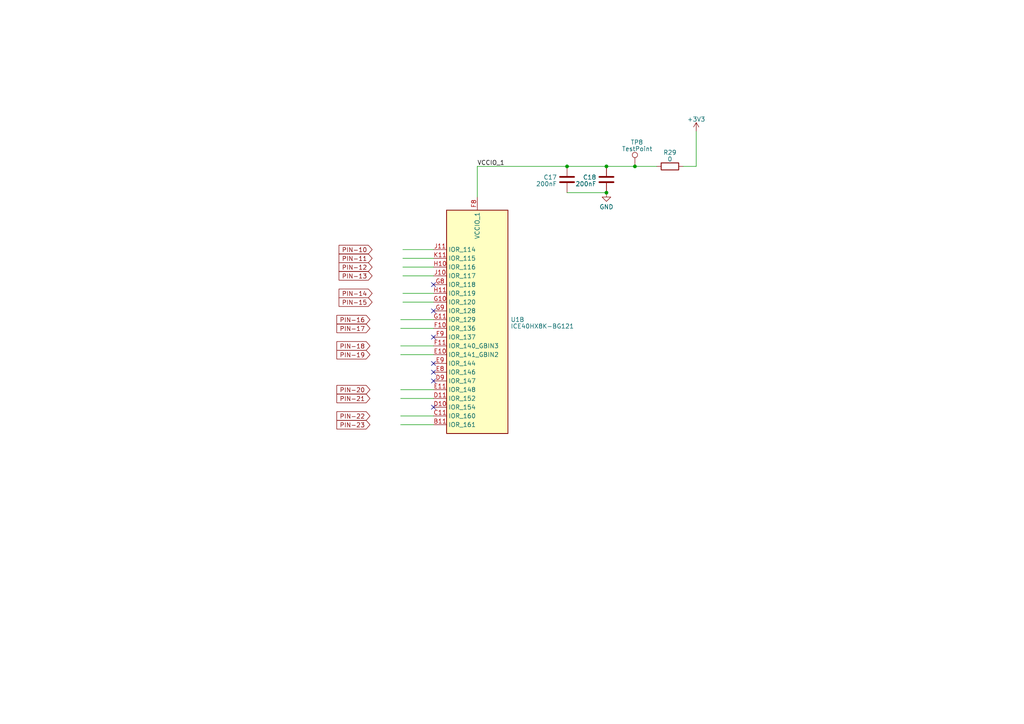
<source format=kicad_sch>
(kicad_sch (version 20230121) (generator eeschema)

  (uuid de984c47-a4b3-4404-8f6d-5958f9d846d6)

  (paper "A4")

  (title_block
    (date "2023-04-25")
    (rev "V0.5")
    (company "Universal-Field-Objects")
  )

  (lib_symbols
    (symbol "Connector:TestPoint" (pin_numbers hide) (pin_names (offset 0.762) hide) (in_bom yes) (on_board yes)
      (property "Reference" "TP" (at 0 6.858 0)
        (effects (font (size 1.27 1.27)))
      )
      (property "Value" "TestPoint" (at 0 5.08 0)
        (effects (font (size 1.27 1.27)))
      )
      (property "Footprint" "" (at 5.08 0 0)
        (effects (font (size 1.27 1.27)) hide)
      )
      (property "Datasheet" "~" (at 5.08 0 0)
        (effects (font (size 1.27 1.27)) hide)
      )
      (property "ki_keywords" "test point tp" (at 0 0 0)
        (effects (font (size 1.27 1.27)) hide)
      )
      (property "ki_description" "test point" (at 0 0 0)
        (effects (font (size 1.27 1.27)) hide)
      )
      (property "ki_fp_filters" "Pin* Test*" (at 0 0 0)
        (effects (font (size 1.27 1.27)) hide)
      )
      (symbol "TestPoint_0_1"
        (circle (center 0 3.302) (radius 0.762)
          (stroke (width 0) (type default))
          (fill (type none))
        )
      )
      (symbol "TestPoint_1_1"
        (pin passive line (at 0 0 90) (length 2.54)
          (name "1" (effects (font (size 1.27 1.27))))
          (number "1" (effects (font (size 1.27 1.27))))
        )
      )
    )
    (symbol "Device:C" (pin_numbers hide) (pin_names (offset 0.254)) (in_bom yes) (on_board yes)
      (property "Reference" "C" (at 0.635 2.54 0)
        (effects (font (size 1.27 1.27)) (justify left))
      )
      (property "Value" "C" (at 0.635 -2.54 0)
        (effects (font (size 1.27 1.27)) (justify left))
      )
      (property "Footprint" "" (at 0.9652 -3.81 0)
        (effects (font (size 1.27 1.27)) hide)
      )
      (property "Datasheet" "~" (at 0 0 0)
        (effects (font (size 1.27 1.27)) hide)
      )
      (property "ki_keywords" "cap capacitor" (at 0 0 0)
        (effects (font (size 1.27 1.27)) hide)
      )
      (property "ki_description" "Unpolarized capacitor" (at 0 0 0)
        (effects (font (size 1.27 1.27)) hide)
      )
      (property "ki_fp_filters" "C_*" (at 0 0 0)
        (effects (font (size 1.27 1.27)) hide)
      )
      (symbol "C_0_1"
        (polyline
          (pts
            (xy -2.032 -0.762)
            (xy 2.032 -0.762)
          )
          (stroke (width 0.508) (type default))
          (fill (type none))
        )
        (polyline
          (pts
            (xy -2.032 0.762)
            (xy 2.032 0.762)
          )
          (stroke (width 0.508) (type default))
          (fill (type none))
        )
      )
      (symbol "C_1_1"
        (pin passive line (at 0 3.81 270) (length 2.794)
          (name "~" (effects (font (size 1.27 1.27))))
          (number "1" (effects (font (size 1.27 1.27))))
        )
        (pin passive line (at 0 -3.81 90) (length 2.794)
          (name "~" (effects (font (size 1.27 1.27))))
          (number "2" (effects (font (size 1.27 1.27))))
        )
      )
    )
    (symbol "Device:R" (pin_numbers hide) (pin_names (offset 0)) (in_bom yes) (on_board yes)
      (property "Reference" "R" (at 2.032 0 90)
        (effects (font (size 1.27 1.27)))
      )
      (property "Value" "R" (at 0 0 90)
        (effects (font (size 1.27 1.27)))
      )
      (property "Footprint" "" (at -1.778 0 90)
        (effects (font (size 1.27 1.27)) hide)
      )
      (property "Datasheet" "~" (at 0 0 0)
        (effects (font (size 1.27 1.27)) hide)
      )
      (property "ki_keywords" "R res resistor" (at 0 0 0)
        (effects (font (size 1.27 1.27)) hide)
      )
      (property "ki_description" "Resistor" (at 0 0 0)
        (effects (font (size 1.27 1.27)) hide)
      )
      (property "ki_fp_filters" "R_*" (at 0 0 0)
        (effects (font (size 1.27 1.27)) hide)
      )
      (symbol "R_0_1"
        (rectangle (start -1.016 -2.54) (end 1.016 2.54)
          (stroke (width 0.254) (type default))
          (fill (type none))
        )
      )
      (symbol "R_1_1"
        (pin passive line (at 0 3.81 270) (length 1.27)
          (name "~" (effects (font (size 1.27 1.27))))
          (number "1" (effects (font (size 1.27 1.27))))
        )
        (pin passive line (at 0 -3.81 90) (length 1.27)
          (name "~" (effects (font (size 1.27 1.27))))
          (number "2" (effects (font (size 1.27 1.27))))
        )
      )
    )
    (symbol "FPGA_Lattice:ICE40HX8K-BG121" (in_bom yes) (on_board yes)
      (property "Reference" "U" (at 2.54 44.45 0)
        (effects (font (size 1.27 1.27)))
      )
      (property "Value" "ICE40HX8K-BG121" (at 10.16 41.91 0)
        (effects (font (size 1.27 1.27)))
      )
      (property "Footprint" "Package_BGA:BGA-121_9.0x9.0mm_Layout11x11_P0.8mm_Ball0.4mm_Pad0.35mm_NSMD" (at 0 -36.83 0)
        (effects (font (size 1.27 1.27)) hide)
      )
      (property "Datasheet" "http://www.latticesemi.com/Products/FPGAandCPLD/iCE40" (at -21.59 25.4 0)
        (effects (font (size 1.27 1.27)) hide)
      )
      (property "ki_locked" "" (at 0 0 0)
        (effects (font (size 1.27 1.27)))
      )
      (property "ki_keywords" "FPGA programmable logic" (at 0 0 0)
        (effects (font (size 1.27 1.27)) hide)
      )
      (property "ki_description" "iCE40 HX FPGA, 7680 LUTs, 1.2V, BGA-121" (at 0 0 0)
        (effects (font (size 1.27 1.27)) hide)
      )
      (property "ki_fp_filters" "BGA*9.0x9.0mm*Layout11x11*P0.8mm*Ball0.4mm*" (at 0 0 0)
        (effects (font (size 1.27 1.27)) hide)
      )
      (symbol "ICE40HX8K-BG121_1_1"
        (rectangle (start -8.89 31.75) (end 8.89 -38.1)
          (stroke (width 0.254) (type default))
          (fill (type background))
        )
        (pin bidirectional line (at -12.7 -35.56 0) (length 3.81)
          (name "IOT_225" (effects (font (size 1.27 1.27))))
          (number "A1" (effects (font (size 1.27 1.27))))
        )
        (pin bidirectional line (at -12.7 17.78 0) (length 3.81)
          (name "IOT_170" (effects (font (size 1.27 1.27))))
          (number "A10" (effects (font (size 1.27 1.27))))
        )
        (pin bidirectional line (at -12.7 20.32 0) (length 3.81)
          (name "IOT_168" (effects (font (size 1.27 1.27))))
          (number "A11" (effects (font (size 1.27 1.27))))
        )
        (pin bidirectional line (at -12.7 -30.48 0) (length 3.81)
          (name "IOT_222" (effects (font (size 1.27 1.27))))
          (number "A2" (effects (font (size 1.27 1.27))))
        )
        (pin bidirectional line (at -12.7 -33.02 0) (length 3.81)
          (name "IOT_223" (effects (font (size 1.27 1.27))))
          (number "A3" (effects (font (size 1.27 1.27))))
        )
        (pin bidirectional line (at -12.7 -20.32 0) (length 3.81)
          (name "IOT_211" (effects (font (size 1.27 1.27))))
          (number "A4" (effects (font (size 1.27 1.27))))
        )
        (pin bidirectional line (at -12.7 -15.24 0) (length 3.81)
          (name "IOT_207" (effects (font (size 1.27 1.27))))
          (number "A5" (effects (font (size 1.27 1.27))))
        )
        (pin bidirectional line (at -12.7 -12.7 0) (length 3.81)
          (name "IOT_206" (effects (font (size 1.27 1.27))))
          (number "A6" (effects (font (size 1.27 1.27))))
        )
        (pin bidirectional line (at -12.7 -5.08 0) (length 3.81)
          (name "IOT_192" (effects (font (size 1.27 1.27))))
          (number "A7" (effects (font (size 1.27 1.27))))
        )
        (pin bidirectional line (at -12.7 0 0) (length 3.81)
          (name "IOT_190" (effects (font (size 1.27 1.27))))
          (number "A8" (effects (font (size 1.27 1.27))))
        )
        (pin bidirectional line (at -12.7 7.62 0) (length 3.81)
          (name "IOT_178" (effects (font (size 1.27 1.27))))
          (number "A9" (effects (font (size 1.27 1.27))))
        )
        (pin bidirectional line (at -12.7 -27.94 0) (length 3.81)
          (name "IOT_221" (effects (font (size 1.27 1.27))))
          (number "B3" (effects (font (size 1.27 1.27))))
        )
        (pin bidirectional line (at -12.7 -25.4 0) (length 3.81)
          (name "IOT_219" (effects (font (size 1.27 1.27))))
          (number "B4" (effects (font (size 1.27 1.27))))
        )
        (pin bidirectional line (at -12.7 -17.78 0) (length 3.81)
          (name "IOT_208" (effects (font (size 1.27 1.27))))
          (number "B5" (effects (font (size 1.27 1.27))))
        )
        (pin bidirectional line (at -12.7 -10.16 0) (length 3.81)
          (name "IOT_198_GBIN0" (effects (font (size 1.27 1.27))))
          (number "B6" (effects (font (size 1.27 1.27))))
        )
        (pin bidirectional line (at -12.7 -7.62 0) (length 3.81)
          (name "IOT_197_GBIN1" (effects (font (size 1.27 1.27))))
          (number "B7" (effects (font (size 1.27 1.27))))
        )
        (pin bidirectional line (at -12.7 10.16 0) (length 3.81)
          (name "IOT_177" (effects (font (size 1.27 1.27))))
          (number "B8" (effects (font (size 1.27 1.27))))
        )
        (pin bidirectional line (at -12.7 12.7 0) (length 3.81)
          (name "IOT_174" (effects (font (size 1.27 1.27))))
          (number "B9" (effects (font (size 1.27 1.27))))
        )
        (pin bidirectional line (at -12.7 -2.54 0) (length 3.81)
          (name "IOT_191" (effects (font (size 1.27 1.27))))
          (number "C7" (effects (font (size 1.27 1.27))))
        )
        (pin bidirectional line (at -12.7 5.08 0) (length 3.81)
          (name "IOT_179" (effects (font (size 1.27 1.27))))
          (number "C8" (effects (font (size 1.27 1.27))))
        )
        (pin bidirectional line (at -12.7 15.24 0) (length 3.81)
          (name "IOT_172" (effects (font (size 1.27 1.27))))
          (number "C9" (effects (font (size 1.27 1.27))))
        )
        (pin bidirectional line (at -12.7 -22.86 0) (length 3.81)
          (name "IOT_212" (effects (font (size 1.27 1.27))))
          (number "D5" (effects (font (size 1.27 1.27))))
        )
        (pin power_in line (at 0 35.56 270) (length 3.81)
          (name "VCCIO_0" (effects (font (size 1.27 1.27))))
          (number "D6" (effects (font (size 1.27 1.27))))
        )
        (pin bidirectional line (at -12.7 2.54 0) (length 3.81)
          (name "IOT_181" (effects (font (size 1.27 1.27))))
          (number "D7" (effects (font (size 1.27 1.27))))
        )
      )
      (symbol "ICE40HX8K-BG121_2_1"
        (rectangle (start -8.89 31.75) (end 8.89 -33.02)
          (stroke (width 0.254) (type default))
          (fill (type background))
        )
        (pin bidirectional line (at -12.7 -30.48 0) (length 3.81)
          (name "IOR_161" (effects (font (size 1.27 1.27))))
          (number "B11" (effects (font (size 1.27 1.27))))
        )
        (pin bidirectional line (at -12.7 -27.94 0) (length 3.81)
          (name "IOR_160" (effects (font (size 1.27 1.27))))
          (number "C11" (effects (font (size 1.27 1.27))))
        )
        (pin bidirectional line (at -12.7 -25.4 0) (length 3.81)
          (name "IOR_154" (effects (font (size 1.27 1.27))))
          (number "D10" (effects (font (size 1.27 1.27))))
        )
        (pin bidirectional line (at -12.7 -22.86 0) (length 3.81)
          (name "IOR_152" (effects (font (size 1.27 1.27))))
          (number "D11" (effects (font (size 1.27 1.27))))
        )
        (pin bidirectional line (at -12.7 -17.78 0) (length 3.81)
          (name "IOR_147" (effects (font (size 1.27 1.27))))
          (number "D9" (effects (font (size 1.27 1.27))))
        )
        (pin bidirectional line (at -12.7 -10.16 0) (length 3.81)
          (name "IOR_141_GBIN2" (effects (font (size 1.27 1.27))))
          (number "E10" (effects (font (size 1.27 1.27))))
        )
        (pin bidirectional line (at -12.7 -20.32 0) (length 3.81)
          (name "IOR_148" (effects (font (size 1.27 1.27))))
          (number "E11" (effects (font (size 1.27 1.27))))
        )
        (pin bidirectional line (at -12.7 -15.24 0) (length 3.81)
          (name "IOR_146" (effects (font (size 1.27 1.27))))
          (number "E8" (effects (font (size 1.27 1.27))))
        )
        (pin bidirectional line (at -12.7 -12.7 0) (length 3.81)
          (name "IOR_144" (effects (font (size 1.27 1.27))))
          (number "E9" (effects (font (size 1.27 1.27))))
        )
        (pin bidirectional line (at -12.7 -2.54 0) (length 3.81)
          (name "IOR_136" (effects (font (size 1.27 1.27))))
          (number "F10" (effects (font (size 1.27 1.27))))
        )
        (pin bidirectional line (at -12.7 -7.62 0) (length 3.81)
          (name "IOR_140_GBIN3" (effects (font (size 1.27 1.27))))
          (number "F11" (effects (font (size 1.27 1.27))))
        )
        (pin power_in line (at 0 35.56 270) (length 3.81)
          (name "VCCIO_1" (effects (font (size 1.27 1.27))))
          (number "F8" (effects (font (size 1.27 1.27))))
        )
        (pin bidirectional line (at -12.7 -5.08 0) (length 3.81)
          (name "IOR_137" (effects (font (size 1.27 1.27))))
          (number "F9" (effects (font (size 1.27 1.27))))
        )
        (pin bidirectional line (at -12.7 5.08 0) (length 3.81)
          (name "IOR_120" (effects (font (size 1.27 1.27))))
          (number "G10" (effects (font (size 1.27 1.27))))
        )
        (pin bidirectional line (at -12.7 0 0) (length 3.81)
          (name "IOR_129" (effects (font (size 1.27 1.27))))
          (number "G11" (effects (font (size 1.27 1.27))))
        )
        (pin bidirectional line (at -12.7 10.16 0) (length 3.81)
          (name "IOR_118" (effects (font (size 1.27 1.27))))
          (number "G8" (effects (font (size 1.27 1.27))))
        )
        (pin bidirectional line (at -12.7 2.54 0) (length 3.81)
          (name "IOR_128" (effects (font (size 1.27 1.27))))
          (number "G9" (effects (font (size 1.27 1.27))))
        )
        (pin bidirectional line (at -12.7 15.24 0) (length 3.81)
          (name "IOR_116" (effects (font (size 1.27 1.27))))
          (number "H10" (effects (font (size 1.27 1.27))))
        )
        (pin bidirectional line (at -12.7 7.62 0) (length 3.81)
          (name "IOR_119" (effects (font (size 1.27 1.27))))
          (number "H11" (effects (font (size 1.27 1.27))))
        )
        (pin bidirectional line (at -12.7 12.7 0) (length 3.81)
          (name "IOR_117" (effects (font (size 1.27 1.27))))
          (number "J10" (effects (font (size 1.27 1.27))))
        )
        (pin bidirectional line (at -12.7 20.32 0) (length 3.81)
          (name "IOR_114" (effects (font (size 1.27 1.27))))
          (number "J11" (effects (font (size 1.27 1.27))))
        )
        (pin bidirectional line (at -12.7 17.78 0) (length 3.81)
          (name "IOR_115" (effects (font (size 1.27 1.27))))
          (number "K11" (effects (font (size 1.27 1.27))))
        )
      )
      (symbol "ICE40HX8K-BG121_3_1"
        (rectangle (start -11.43 29.21) (end 11.43 -31.75)
          (stroke (width 0.254) (type default))
          (fill (type background))
        )
        (pin power_in line (at 0 33.02 270) (length 3.81)
          (name "VCCIO_2" (effects (font (size 1.27 1.27))))
          (number "H6" (effects (font (size 1.27 1.27))))
        )
        (pin bidirectional line (at -15.24 -15.24 0) (length 3.81)
          (name "IOB_87" (effects (font (size 1.27 1.27))))
          (number "H7" (effects (font (size 1.27 1.27))))
        )
        (pin bidirectional line (at -15.24 -27.94 0) (length 3.81)
          (name "IOB_104_CBSEL1" (effects (font (size 1.27 1.27))))
          (number "H9" (effects (font (size 1.27 1.27))))
        )
        (pin bidirectional line (at -15.24 15.24 0) (length 3.81)
          (name "IOB_57" (effects (font (size 1.27 1.27))))
          (number "J3" (effects (font (size 1.27 1.27))))
        )
        (pin bidirectional line (at -15.24 7.62 0) (length 3.81)
          (name "IOB_64" (effects (font (size 1.27 1.27))))
          (number "J4" (effects (font (size 1.27 1.27))))
        )
        (pin bidirectional line (at -15.24 -2.54 0) (length 3.81)
          (name "IOB_78" (effects (font (size 1.27 1.27))))
          (number "J5" (effects (font (size 1.27 1.27))))
        )
        (pin bidirectional line (at -15.24 -12.7 0) (length 3.81)
          (name "IOB_86" (effects (font (size 1.27 1.27))))
          (number "J7" (effects (font (size 1.27 1.27))))
        )
        (pin bidirectional line (at -15.24 -20.32 0) (length 3.81)
          (name "IOB_91" (effects (font (size 1.27 1.27))))
          (number "J8" (effects (font (size 1.27 1.27))))
        )
        (pin bidirectional line (at -15.24 10.16 0) (length 3.81)
          (name "IOB_63" (effects (font (size 1.27 1.27))))
          (number "K3" (effects (font (size 1.27 1.27))))
        )
        (pin bidirectional line (at -15.24 0 0) (length 3.81)
          (name "IOB_73" (effects (font (size 1.27 1.27))))
          (number "K4" (effects (font (size 1.27 1.27))))
        )
        (pin bidirectional line (at -15.24 -5.08 0) (length 3.81)
          (name "IOB_79" (effects (font (size 1.27 1.27))))
          (number "K5" (effects (font (size 1.27 1.27))))
        )
        (pin bidirectional line (at -15.24 -10.16 0) (length 3.81)
          (name "IOB_82_GBIN4" (effects (font (size 1.27 1.27))))
          (number "K6" (effects (font (size 1.27 1.27))))
        )
        (pin bidirectional line (at -15.24 -17.78 0) (length 3.81)
          (name "IOB_89" (effects (font (size 1.27 1.27))))
          (number "K7" (effects (font (size 1.27 1.27))))
        )
        (pin open_collector line (at 15.24 25.4 180) (length 3.81)
          (name "CDONE" (effects (font (size 1.27 1.27))))
          (number "K8" (effects (font (size 1.27 1.27))))
        )
        (pin bidirectional line (at -15.24 17.78 0) (length 3.81)
          (name "IOB_56" (effects (font (size 1.27 1.27))))
          (number "L1" (effects (font (size 1.27 1.27))))
        )
        (pin bidirectional line (at -15.24 12.7 0) (length 3.81)
          (name "IOB_61" (effects (font (size 1.27 1.27))))
          (number "L2" (effects (font (size 1.27 1.27))))
        )
        (pin bidirectional line (at -15.24 5.08 0) (length 3.81)
          (name "IOB_71" (effects (font (size 1.27 1.27))))
          (number "L3" (effects (font (size 1.27 1.27))))
        )
        (pin bidirectional line (at -15.24 2.54 0) (length 3.81)
          (name "IOB_72" (effects (font (size 1.27 1.27))))
          (number "L4" (effects (font (size 1.27 1.27))))
        )
        (pin bidirectional line (at -15.24 -7.62 0) (length 3.81)
          (name "IOB_81_GBIN5" (effects (font (size 1.27 1.27))))
          (number "L5" (effects (font (size 1.27 1.27))))
        )
        (pin bidirectional line (at -15.24 -22.86 0) (length 3.81)
          (name "IOB_94" (effects (font (size 1.27 1.27))))
          (number "L7" (effects (font (size 1.27 1.27))))
        )
        (pin bidirectional line (at -15.24 -25.4 0) (length 3.81)
          (name "IOB_103_CBSEL0" (effects (font (size 1.27 1.27))))
          (number "L8" (effects (font (size 1.27 1.27))))
        )
        (pin input line (at -15.24 25.4 0) (length 3.81)
          (name "~{CRESET}" (effects (font (size 1.27 1.27))))
          (number "L9" (effects (font (size 1.27 1.27))))
        )
      )
      (symbol "ICE40HX8K-BG121_4_1"
        (rectangle (start -8.89 39.37) (end 8.89 -39.37)
          (stroke (width 0.254) (type default))
          (fill (type background))
        )
        (pin bidirectional line (at -12.7 27.94 0) (length 3.81)
          (name "IOL_2A" (effects (font (size 1.27 1.27))))
          (number "B1" (effects (font (size 1.27 1.27))))
        )
        (pin bidirectional line (at -12.7 25.4 0) (length 3.81)
          (name "IOL_2B" (effects (font (size 1.27 1.27))))
          (number "B2" (effects (font (size 1.27 1.27))))
        )
        (pin bidirectional line (at -12.7 15.24 0) (length 3.81)
          (name "IOL_5B" (effects (font (size 1.27 1.27))))
          (number "C1" (effects (font (size 1.27 1.27))))
        )
        (pin bidirectional line (at -12.7 17.78 0) (length 3.81)
          (name "IOL_5A" (effects (font (size 1.27 1.27))))
          (number "C2" (effects (font (size 1.27 1.27))))
        )
        (pin bidirectional line (at -12.7 20.32 0) (length 3.81)
          (name "IOL_4B" (effects (font (size 1.27 1.27))))
          (number "C3" (effects (font (size 1.27 1.27))))
        )
        (pin bidirectional line (at -12.7 22.86 0) (length 3.81)
          (name "IOL_4A" (effects (font (size 1.27 1.27))))
          (number "C4" (effects (font (size 1.27 1.27))))
        )
        (pin bidirectional line (at -12.7 10.16 0) (length 3.81)
          (name "IOL_8B" (effects (font (size 1.27 1.27))))
          (number "D1" (effects (font (size 1.27 1.27))))
        )
        (pin bidirectional line (at -12.7 7.62 0) (length 3.81)
          (name "IOL_9A" (effects (font (size 1.27 1.27))))
          (number "D2" (effects (font (size 1.27 1.27))))
        )
        (pin bidirectional line (at -12.7 5.08 0) (length 3.81)
          (name "IOL_9B" (effects (font (size 1.27 1.27))))
          (number "D3" (effects (font (size 1.27 1.27))))
        )
        (pin bidirectional line (at -12.7 12.7 0) (length 3.81)
          (name "IOL_8A" (effects (font (size 1.27 1.27))))
          (number "E1" (effects (font (size 1.27 1.27))))
        )
        (pin bidirectional line (at -12.7 2.54 0) (length 3.81)
          (name "IOL_10A" (effects (font (size 1.27 1.27))))
          (number "E2" (effects (font (size 1.27 1.27))))
        )
        (pin bidirectional line (at -12.7 0 0) (length 3.81)
          (name "IOL_10B" (effects (font (size 1.27 1.27))))
          (number "E3" (effects (font (size 1.27 1.27))))
        )
        (pin power_in line (at 0 43.18 270) (length 3.81)
          (name "VCCIO_3" (effects (font (size 1.27 1.27))))
          (number "E4" (effects (font (size 1.27 1.27))))
        )
        (pin bidirectional line (at -12.7 -2.54 0) (length 3.81)
          (name "IOL_12A" (effects (font (size 1.27 1.27))))
          (number "F1" (effects (font (size 1.27 1.27))))
        )
        (pin bidirectional line (at -12.7 -5.08 0) (length 3.81)
          (name "IOL_12B" (effects (font (size 1.27 1.27))))
          (number "F2" (effects (font (size 1.27 1.27))))
        )
        (pin bidirectional line (at -12.7 -10.16 0) (length 3.81)
          (name "IOL_13B_GBIN7" (effects (font (size 1.27 1.27))))
          (number "F3" (effects (font (size 1.27 1.27))))
        )
        (pin bidirectional line (at -12.7 -7.62 0) (length 3.81)
          (name "IOL_13A" (effects (font (size 1.27 1.27))))
          (number "F4" (effects (font (size 1.27 1.27))))
        )
        (pin bidirectional line (at -12.7 -12.7 0) (length 3.81)
          (name "IOL_14A_GBIN6" (effects (font (size 1.27 1.27))))
          (number "G1" (effects (font (size 1.27 1.27))))
        )
        (pin bidirectional line (at -12.7 -15.24 0) (length 3.81)
          (name "IOL_14B" (effects (font (size 1.27 1.27))))
          (number "G2" (effects (font (size 1.27 1.27))))
        )
        (pin bidirectional line (at -12.7 -17.78 0) (length 3.81)
          (name "IOL_17A" (effects (font (size 1.27 1.27))))
          (number "G3" (effects (font (size 1.27 1.27))))
        )
        (pin passive line (at 0 43.18 270) (length 3.81) hide
          (name "VCCIO_3" (effects (font (size 1.27 1.27))))
          (number "G4" (effects (font (size 1.27 1.27))))
        )
        (pin bidirectional line (at -12.7 -22.86 0) (length 3.81)
          (name "IOL_18A" (effects (font (size 1.27 1.27))))
          (number "H1" (effects (font (size 1.27 1.27))))
        )
        (pin bidirectional line (at -12.7 -25.4 0) (length 3.81)
          (name "IOL_18B" (effects (font (size 1.27 1.27))))
          (number "H2" (effects (font (size 1.27 1.27))))
        )
        (pin bidirectional line (at -12.7 -20.32 0) (length 3.81)
          (name "IOL_17B" (effects (font (size 1.27 1.27))))
          (number "H3" (effects (font (size 1.27 1.27))))
        )
        (pin bidirectional line (at -12.7 -27.94 0) (length 3.81)
          (name "IOL_23A" (effects (font (size 1.27 1.27))))
          (number "J1" (effects (font (size 1.27 1.27))))
        )
        (pin bidirectional line (at -12.7 -35.56 0) (length 3.81)
          (name "IOL_25B" (effects (font (size 1.27 1.27))))
          (number "J2" (effects (font (size 1.27 1.27))))
        )
        (pin bidirectional line (at -12.7 -30.48 0) (length 3.81)
          (name "IOL_23B" (effects (font (size 1.27 1.27))))
          (number "K1" (effects (font (size 1.27 1.27))))
        )
        (pin bidirectional line (at -12.7 -33.02 0) (length 3.81)
          (name "IOL_25A" (effects (font (size 1.27 1.27))))
          (number "K2" (effects (font (size 1.27 1.27))))
        )
      )
      (symbol "ICE40HX8K-BG121_5_1"
        (rectangle (start -11.43 13.97) (end 11.43 -13.97)
          (stroke (width 0.254) (type default))
          (fill (type background))
        )
        (pin power_in line (at -2.54 17.78 270) (length 3.81)
          (name "VPP_FAST" (effects (font (size 1.27 1.27))))
          (number "B10" (effects (font (size 1.27 1.27))))
        )
        (pin power_in line (at 0 17.78 270) (length 3.81)
          (name "VPP_2V5" (effects (font (size 1.27 1.27))))
          (number "C10" (effects (font (size 1.27 1.27))))
        )
        (pin power_in line (at 15.24 -10.16 180) (length 3.81)
          (name "GNDPLL1" (effects (font (size 1.27 1.27))))
          (number "C5" (effects (font (size 1.27 1.27))))
        )
        (pin power_in line (at 15.24 -2.54 180) (length 3.81)
          (name "VCCPLL1" (effects (font (size 1.27 1.27))))
          (number "C6" (effects (font (size 1.27 1.27))))
        )
        (pin passive line (at 2.54 17.78 270) (length 3.81) hide
          (name "VCC" (effects (font (size 1.27 1.27))))
          (number "D4" (effects (font (size 1.27 1.27))))
        )
        (pin power_in line (at 2.54 17.78 270) (length 3.81)
          (name "VCC" (effects (font (size 1.27 1.27))))
          (number "D8" (effects (font (size 1.27 1.27))))
        )
        (pin power_in line (at -7.62 -17.78 90) (length 3.81)
          (name "GND" (effects (font (size 1.27 1.27))))
          (number "E5" (effects (font (size 1.27 1.27))))
        )
        (pin passive line (at -7.62 -17.78 90) (length 3.81) hide
          (name "GND" (effects (font (size 1.27 1.27))))
          (number "E6" (effects (font (size 1.27 1.27))))
        )
        (pin passive line (at -7.62 -17.78 90) (length 3.81) hide
          (name "GND" (effects (font (size 1.27 1.27))))
          (number "E7" (effects (font (size 1.27 1.27))))
        )
        (pin passive line (at -7.62 -17.78 90) (length 3.81) hide
          (name "GND" (effects (font (size 1.27 1.27))))
          (number "F5" (effects (font (size 1.27 1.27))))
        )
        (pin passive line (at -7.62 -17.78 90) (length 3.81) hide
          (name "GND" (effects (font (size 1.27 1.27))))
          (number "F6" (effects (font (size 1.27 1.27))))
        )
        (pin passive line (at -7.62 -17.78 90) (length 3.81) hide
          (name "GND" (effects (font (size 1.27 1.27))))
          (number "F7" (effects (font (size 1.27 1.27))))
        )
        (pin passive line (at -7.62 -17.78 90) (length 3.81) hide
          (name "GND" (effects (font (size 1.27 1.27))))
          (number "G5" (effects (font (size 1.27 1.27))))
        )
        (pin passive line (at -7.62 -17.78 90) (length 3.81) hide
          (name "GND" (effects (font (size 1.27 1.27))))
          (number "G6" (effects (font (size 1.27 1.27))))
        )
        (pin passive line (at -7.62 -17.78 90) (length 3.81) hide
          (name "GND" (effects (font (size 1.27 1.27))))
          (number "G7" (effects (font (size 1.27 1.27))))
        )
        (pin passive line (at 2.54 17.78 270) (length 3.81) hide
          (name "VCC" (effects (font (size 1.27 1.27))))
          (number "H4" (effects (font (size 1.27 1.27))))
        )
        (pin passive line (at -7.62 -17.78 90) (length 3.81) hide
          (name "GND" (effects (font (size 1.27 1.27))))
          (number "H5" (effects (font (size 1.27 1.27))))
        )
        (pin passive line (at 2.54 17.78 270) (length 3.81) hide
          (name "VCC" (effects (font (size 1.27 1.27))))
          (number "H8" (effects (font (size 1.27 1.27))))
        )
        (pin power_in line (at 15.24 7.62 180) (length 3.81)
          (name "VCCPLL0" (effects (font (size 1.27 1.27))))
          (number "J6" (effects (font (size 1.27 1.27))))
        )
        (pin bidirectional line (at -15.24 0 0) (length 3.81)
          (name "IOB_106_SDI" (effects (font (size 1.27 1.27))))
          (number "J9" (effects (font (size 1.27 1.27))))
        )
        (pin bidirectional line (at -15.24 -5.08 0) (length 3.81)
          (name "IOB_108_SS" (effects (font (size 1.27 1.27))))
          (number "K10" (effects (font (size 1.27 1.27))))
        )
        (pin bidirectional line (at -15.24 2.54 0) (length 3.81)
          (name "IOB_105_SDO" (effects (font (size 1.27 1.27))))
          (number "K9" (effects (font (size 1.27 1.27))))
        )
        (pin bidirectional line (at -15.24 -2.54 0) (length 3.81)
          (name "IOB_107_SCK" (effects (font (size 1.27 1.27))))
          (number "L10" (effects (font (size 1.27 1.27))))
        )
        (pin power_in line (at -7.62 17.78 270) (length 3.81)
          (name "VCC_SPI" (effects (font (size 1.27 1.27))))
          (number "L11" (effects (font (size 1.27 1.27))))
        )
        (pin power_in line (at 15.24 0 180) (length 3.81)
          (name "GNDPLL0" (effects (font (size 1.27 1.27))))
          (number "L6" (effects (font (size 1.27 1.27))))
        )
      )
    )
    (symbol "power:+3V3" (power) (pin_names (offset 0)) (in_bom yes) (on_board yes)
      (property "Reference" "#PWR" (at 0 -3.81 0)
        (effects (font (size 1.27 1.27)) hide)
      )
      (property "Value" "+3V3" (at 0 3.556 0)
        (effects (font (size 1.27 1.27)))
      )
      (property "Footprint" "" (at 0 0 0)
        (effects (font (size 1.27 1.27)) hide)
      )
      (property "Datasheet" "" (at 0 0 0)
        (effects (font (size 1.27 1.27)) hide)
      )
      (property "ki_keywords" "global power" (at 0 0 0)
        (effects (font (size 1.27 1.27)) hide)
      )
      (property "ki_description" "Power symbol creates a global label with name \"+3V3\"" (at 0 0 0)
        (effects (font (size 1.27 1.27)) hide)
      )
      (symbol "+3V3_0_1"
        (polyline
          (pts
            (xy -0.762 1.27)
            (xy 0 2.54)
          )
          (stroke (width 0) (type default))
          (fill (type none))
        )
        (polyline
          (pts
            (xy 0 0)
            (xy 0 2.54)
          )
          (stroke (width 0) (type default))
          (fill (type none))
        )
        (polyline
          (pts
            (xy 0 2.54)
            (xy 0.762 1.27)
          )
          (stroke (width 0) (type default))
          (fill (type none))
        )
      )
      (symbol "+3V3_1_1"
        (pin power_in line (at 0 0 90) (length 0) hide
          (name "+3V3" (effects (font (size 1.27 1.27))))
          (number "1" (effects (font (size 1.27 1.27))))
        )
      )
    )
    (symbol "power:GND" (power) (pin_names (offset 0)) (in_bom yes) (on_board yes)
      (property "Reference" "#PWR" (at 0 -6.35 0)
        (effects (font (size 1.27 1.27)) hide)
      )
      (property "Value" "GND" (at 0 -3.81 0)
        (effects (font (size 1.27 1.27)))
      )
      (property "Footprint" "" (at 0 0 0)
        (effects (font (size 1.27 1.27)) hide)
      )
      (property "Datasheet" "" (at 0 0 0)
        (effects (font (size 1.27 1.27)) hide)
      )
      (property "ki_keywords" "global power" (at 0 0 0)
        (effects (font (size 1.27 1.27)) hide)
      )
      (property "ki_description" "Power symbol creates a global label with name \"GND\" , ground" (at 0 0 0)
        (effects (font (size 1.27 1.27)) hide)
      )
      (symbol "GND_0_1"
        (polyline
          (pts
            (xy 0 0)
            (xy 0 -1.27)
            (xy 1.27 -1.27)
            (xy 0 -2.54)
            (xy -1.27 -1.27)
            (xy 0 -1.27)
          )
          (stroke (width 0) (type default))
          (fill (type none))
        )
      )
      (symbol "GND_1_1"
        (pin power_in line (at 0 0 270) (length 0) hide
          (name "GND" (effects (font (size 1.27 1.27))))
          (number "1" (effects (font (size 1.27 1.27))))
        )
      )
    )
  )

  (junction (at 175.895 55.88) (diameter 0) (color 0 0 0 0)
    (uuid 915fb182-f636-4f62-b1eb-fc1f49485f28)
  )
  (junction (at 184.15 48.26) (diameter 0) (color 0 0 0 0)
    (uuid 98b333f9-cdb8-448e-aaec-dec8928ca234)
  )
  (junction (at 175.895 48.26) (diameter 0) (color 0 0 0 0)
    (uuid d14939ce-63f7-4458-bd0a-a29c9fb68145)
  )
  (junction (at 164.465 48.26) (diameter 0) (color 0 0 0 0)
    (uuid dc176d92-576a-4043-920c-720a5d15b798)
  )

  (no_connect (at 125.73 118.11) (uuid 0667b84e-633b-48b1-b675-c20413e248e2))
  (no_connect (at 125.73 82.55) (uuid 0f068936-cc5d-411c-a7c0-b4e963b80419))
  (no_connect (at 125.73 105.41) (uuid 31e74fc0-ac41-4b45-b7a5-96a289963c1e))
  (no_connect (at 125.73 97.79) (uuid 5e318dc9-e96d-45fc-9b69-5e4c4075cf21))
  (no_connect (at 125.73 90.17) (uuid 768bebb1-8204-4233-8edb-967da5d024bd))
  (no_connect (at 125.73 110.49) (uuid e1fd0d62-5623-4524-8a0d-b21dad28c955))
  (no_connect (at 125.73 107.95) (uuid ec90b840-8d97-4c36-a296-4ee325fdf1fe))

  (wire (pts (xy 116.84 80.01) (xy 125.73 80.01))
    (stroke (width 0) (type default))
    (uuid 138a8c11-397d-4ea9-8af4-aa11955758a1)
  )
  (wire (pts (xy 116.84 74.93) (xy 125.73 74.93))
    (stroke (width 0) (type default))
    (uuid 1af39d06-d945-482e-a460-b2563f81e279)
  )
  (wire (pts (xy 116.84 85.09) (xy 125.73 85.09))
    (stroke (width 0) (type default))
    (uuid 2cc5ef11-c936-47de-bc21-2a2924809dfb)
  )
  (wire (pts (xy 116.205 120.65) (xy 125.73 120.65))
    (stroke (width 0) (type default))
    (uuid 50eff9c7-019a-4b02-a9ae-d33a73848c3f)
  )
  (wire (pts (xy 116.84 77.47) (xy 125.73 77.47))
    (stroke (width 0) (type default))
    (uuid 5563884f-7d29-418d-9e33-7bdcc59639a8)
  )
  (wire (pts (xy 116.205 113.03) (xy 125.73 113.03))
    (stroke (width 0) (type default))
    (uuid 5bb26014-ca76-452f-9312-a54423d9d4e1)
  )
  (wire (pts (xy 175.895 48.26) (xy 184.15 48.26))
    (stroke (width 0) (type default))
    (uuid 5c45d896-6208-4187-9d83-aa52a9100f07)
  )
  (wire (pts (xy 138.43 48.26) (xy 164.465 48.26))
    (stroke (width 0) (type default))
    (uuid 74a540c6-f40f-4caf-81c1-d6623f502079)
  )
  (wire (pts (xy 184.15 48.26) (xy 190.5 48.26))
    (stroke (width 0) (type default))
    (uuid 75e52f42-8846-4ab8-98e8-af0b7a95212e)
  )
  (wire (pts (xy 198.12 48.26) (xy 201.93 48.26))
    (stroke (width 0) (type default))
    (uuid 77c93eab-6757-4c92-8603-de3900449662)
  )
  (wire (pts (xy 116.84 87.63) (xy 125.73 87.63))
    (stroke (width 0) (type default))
    (uuid 7d46b647-4cce-4653-bb08-9e9721ab2c0e)
  )
  (wire (pts (xy 116.205 95.25) (xy 125.73 95.25))
    (stroke (width 0) (type default))
    (uuid 850528a5-d91d-47c0-9ee3-f4d676dbb165)
  )
  (wire (pts (xy 201.93 38.1) (xy 201.93 48.26))
    (stroke (width 0) (type default))
    (uuid 8b8b5d58-45c5-48c3-9bc4-aa6036fdef1f)
  )
  (wire (pts (xy 116.205 92.71) (xy 125.73 92.71))
    (stroke (width 0) (type default))
    (uuid 9bad74bc-788e-4e80-87cf-0c01f767dd2c)
  )
  (wire (pts (xy 164.465 48.26) (xy 175.895 48.26))
    (stroke (width 0) (type default))
    (uuid b4a35814-c656-4f33-9247-f877211e74e3)
  )
  (wire (pts (xy 116.205 123.19) (xy 125.73 123.19))
    (stroke (width 0) (type default))
    (uuid b7631052-239d-4693-95d2-fec0b13507a5)
  )
  (wire (pts (xy 116.205 102.87) (xy 125.73 102.87))
    (stroke (width 0) (type default))
    (uuid df8e5bb4-6804-4e33-8142-b3cca683f646)
  )
  (wire (pts (xy 116.205 115.57) (xy 125.73 115.57))
    (stroke (width 0) (type default))
    (uuid e77b030b-23a6-4823-bec3-6ba7968fde15)
  )
  (wire (pts (xy 116.84 72.39) (xy 125.73 72.39))
    (stroke (width 0) (type default))
    (uuid f2359081-fe80-48cb-a57a-ad0ba530a276)
  )
  (wire (pts (xy 138.43 48.26) (xy 138.43 57.15))
    (stroke (width 0) (type default))
    (uuid f4befe0e-8860-43dc-808f-ca221be7ab3d)
  )
  (wire (pts (xy 116.205 100.33) (xy 125.73 100.33))
    (stroke (width 0) (type default))
    (uuid fb28b0d4-f85e-49c4-ab25-5b514c1eecc6)
  )
  (wire (pts (xy 164.465 55.88) (xy 175.895 55.88))
    (stroke (width 0) (type default))
    (uuid ff72c4a3-f3f9-49fd-aea9-026e9eabc04d)
  )

  (label "VCCIO_1" (at 138.43 48.26 0) (fields_autoplaced)
    (effects (font (size 1.27 1.27)) (justify left bottom))
    (uuid d081cac8-6e0d-4702-8b6d-66b5a881c2d7)
  )

  (global_label "PIN-23" (shape input) (at 107.315 123.19 180) (fields_autoplaced)
    (effects (font (size 1.27 1.27)) (justify right))
    (uuid 1e6e30c2-3c26-4f63-89bb-da5b6fa48d5b)
    (property "Intersheetrefs" "${INTERSHEET_REFS}" (at 97.2125 123.19 0)
      (effects (font (size 1.27 1.27)) (justify right) hide)
    )
  )
  (global_label "PIN-10" (shape input) (at 107.95 72.39 180) (fields_autoplaced)
    (effects (font (size 1.27 1.27)) (justify right))
    (uuid 2b192422-48a7-4f28-a9aa-add7acab7687)
    (property "Intersheetrefs" "${INTERSHEET_REFS}" (at 97.8475 72.39 0)
      (effects (font (size 1.27 1.27)) (justify right) hide)
    )
  )
  (global_label "PIN-16" (shape input) (at 107.315 92.71 180) (fields_autoplaced)
    (effects (font (size 1.27 1.27)) (justify right))
    (uuid 4e5552a0-c9fd-48e3-b498-586bfc4c3b6d)
    (property "Intersheetrefs" "${INTERSHEET_REFS}" (at 97.2125 92.71 0)
      (effects (font (size 1.27 1.27)) (justify right) hide)
    )
  )
  (global_label "PIN-13" (shape input) (at 107.95 80.01 180) (fields_autoplaced)
    (effects (font (size 1.27 1.27)) (justify right))
    (uuid 7053a916-c5ca-4a88-8836-ee8ae90e7264)
    (property "Intersheetrefs" "${INTERSHEET_REFS}" (at 97.8475 80.01 0)
      (effects (font (size 1.27 1.27)) (justify right) hide)
    )
  )
  (global_label "PIN-18" (shape input) (at 107.315 100.33 180) (fields_autoplaced)
    (effects (font (size 1.27 1.27)) (justify right))
    (uuid 95c60154-55d5-41d6-9ba1-12e71b27b646)
    (property "Intersheetrefs" "${INTERSHEET_REFS}" (at 97.2125 100.33 0)
      (effects (font (size 1.27 1.27)) (justify right) hide)
    )
  )
  (global_label "PIN-22" (shape input) (at 107.315 120.65 180) (fields_autoplaced)
    (effects (font (size 1.27 1.27)) (justify right))
    (uuid a5e43872-806e-4e92-9e6b-704fcaff5106)
    (property "Intersheetrefs" "${INTERSHEET_REFS}" (at 97.2125 120.65 0)
      (effects (font (size 1.27 1.27)) (justify right) hide)
    )
  )
  (global_label "PIN-19" (shape input) (at 107.315 102.87 180) (fields_autoplaced)
    (effects (font (size 1.27 1.27)) (justify right))
    (uuid b06dd5f3-0677-4752-ac3c-52efe3091f1e)
    (property "Intersheetrefs" "${INTERSHEET_REFS}" (at 97.2125 102.87 0)
      (effects (font (size 1.27 1.27)) (justify right) hide)
    )
  )
  (global_label "PIN-11" (shape input) (at 107.95 74.93 180) (fields_autoplaced)
    (effects (font (size 1.27 1.27)) (justify right))
    (uuid bbfef991-7c0b-465b-b13a-4c8bf1844695)
    (property "Intersheetrefs" "${INTERSHEET_REFS}" (at 97.8475 74.93 0)
      (effects (font (size 1.27 1.27)) (justify right) hide)
    )
  )
  (global_label "PIN-20" (shape input) (at 107.315 113.03 180) (fields_autoplaced)
    (effects (font (size 1.27 1.27)) (justify right))
    (uuid c326219d-fdde-4ac7-829f-8f8defef0c90)
    (property "Intersheetrefs" "${INTERSHEET_REFS}" (at 97.2125 113.03 0)
      (effects (font (size 1.27 1.27)) (justify right) hide)
    )
  )
  (global_label "PIN-12" (shape input) (at 107.95 77.47 180) (fields_autoplaced)
    (effects (font (size 1.27 1.27)) (justify right))
    (uuid cd3556b9-066c-4341-90e8-c42546e068ec)
    (property "Intersheetrefs" "${INTERSHEET_REFS}" (at 97.8475 77.47 0)
      (effects (font (size 1.27 1.27)) (justify right) hide)
    )
  )
  (global_label "PIN-17" (shape input) (at 107.315 95.25 180) (fields_autoplaced)
    (effects (font (size 1.27 1.27)) (justify right))
    (uuid d332ff3c-efe2-41bc-a804-668e291209a5)
    (property "Intersheetrefs" "${INTERSHEET_REFS}" (at 97.2125 95.25 0)
      (effects (font (size 1.27 1.27)) (justify right) hide)
    )
  )
  (global_label "PIN-15" (shape input) (at 107.95 87.63 180) (fields_autoplaced)
    (effects (font (size 1.27 1.27)) (justify right))
    (uuid dff7d633-93dd-4a9f-aaf1-f7ce956fa40e)
    (property "Intersheetrefs" "${INTERSHEET_REFS}" (at 97.8475 87.63 0)
      (effects (font (size 1.27 1.27)) (justify right) hide)
    )
  )
  (global_label "PIN-14" (shape input) (at 107.95 85.09 180) (fields_autoplaced)
    (effects (font (size 1.27 1.27)) (justify right))
    (uuid ed482924-621e-4597-b0c2-5b80d5f4c3b8)
    (property "Intersheetrefs" "${INTERSHEET_REFS}" (at 97.8475 85.09 0)
      (effects (font (size 1.27 1.27)) (justify right) hide)
    )
  )
  (global_label "PIN-21" (shape input) (at 107.315 115.57 180) (fields_autoplaced)
    (effects (font (size 1.27 1.27)) (justify right))
    (uuid f48e54d2-1560-4b96-af18-a2838421af2f)
    (property "Intersheetrefs" "${INTERSHEET_REFS}" (at 97.2125 115.57 0)
      (effects (font (size 1.27 1.27)) (justify right) hide)
    )
  )

  (symbol (lib_id "FPGA_Lattice:ICE40HX8K-BG121") (at 138.43 92.71 0) (unit 2)
    (in_bom yes) (on_board yes) (dnp no) (fields_autoplaced)
    (uuid 0732ea82-5fc1-4629-bb35-4d57bc325ec1)
    (property "Reference" "U1" (at 148.082 92.7013 0)
      (effects (font (size 1.27 1.27)) (justify left))
    )
    (property "Value" "ICE40HX8K-BG121" (at 148.082 94.6223 0)
      (effects (font (size 1.27 1.27)) (justify left))
    )
    (property "Footprint" "Package_BGA:BGA-121_9.0x9.0mm_Layout11x11_P0.8mm_Ball0.4mm_Pad0.35mm_NSMD" (at 138.43 129.54 0)
      (effects (font (size 1.27 1.27)) hide)
    )
    (property "Datasheet" "http://www.latticesemi.com/Products/FPGAandCPLD/iCE40" (at 116.84 67.31 0)
      (effects (font (size 1.27 1.27)) hide)
    )
    (pin "A1" (uuid ec17eb4b-5350-4b48-b2e8-2a73c2f8a657))
    (pin "A10" (uuid 56bcadda-fff4-4892-8944-7d9c27164c6a))
    (pin "A11" (uuid 34b9023e-f583-4b1d-9efc-3480c35f2616))
    (pin "A2" (uuid d58738e8-8c90-4fcd-9b41-0f46830c040b))
    (pin "A3" (uuid 80c8729f-a0f4-489d-8616-62ec87b92fa1))
    (pin "A4" (uuid 8f1ed52e-693c-4c9b-9d3e-6fd07c83bef8))
    (pin "A5" (uuid 3927b70b-d926-40fb-839b-468630cdb3ef))
    (pin "A6" (uuid 63a5270f-b3e2-4780-8ff0-8dacd90972ff))
    (pin "A7" (uuid 18c48d8d-8f72-405f-b4da-2e6c18e63564))
    (pin "A8" (uuid 227e4b37-55de-45fb-97f3-0eb81efb535c))
    (pin "A9" (uuid bf1bc6d0-e57b-4d89-813b-efda6e33719b))
    (pin "B3" (uuid dd8b9504-e7f7-410d-9f7d-5f5da8dbd199))
    (pin "B4" (uuid 524460ef-0e68-463e-86b0-0e5d48de326f))
    (pin "B5" (uuid 4dbf8d99-e260-474e-a230-bd173691f91d))
    (pin "B6" (uuid 1f77cd8b-9808-4598-a82a-3d1b13bd1f21))
    (pin "B7" (uuid f6f4ce7a-4872-47d4-b9dc-c722d820ed66))
    (pin "B8" (uuid 8e4bed17-e341-4f18-8867-7956631d9e78))
    (pin "B9" (uuid 38f4de66-cabc-4f61-bfc1-5c361ee202c6))
    (pin "C7" (uuid 74d7b718-cc29-4af6-a8f7-54f48c151cfe))
    (pin "C8" (uuid ff427555-b68a-4bf8-85ab-1af85e8d59b2))
    (pin "C9" (uuid 28db5c3e-4b75-44ed-8811-c5248544b3d0))
    (pin "D5" (uuid 9c367206-cdf6-428b-a0b8-9da507c8b0f0))
    (pin "D6" (uuid 8674c512-7c86-44d1-8689-9d5bc62220f8))
    (pin "D7" (uuid 282fb44c-fb6c-4f62-956e-c81aa1333f07))
    (pin "B11" (uuid a0bdf109-43cc-48f2-b97b-ab3f7d3a4101))
    (pin "C11" (uuid a1a5adf3-553b-40e1-9485-050f8cd55da1))
    (pin "D10" (uuid dfc6bbbf-4836-4880-83ba-16d3901b7370))
    (pin "D11" (uuid b195d972-c80c-4f52-87cd-8808913507d4))
    (pin "D9" (uuid 4e4f1e9d-6c67-451b-86ee-30f93bbfa50b))
    (pin "E10" (uuid dc23b418-defa-4410-9340-65bdb89f40d9))
    (pin "E11" (uuid fcc94ae2-2ac1-4ba3-86d3-14b138ab86a7))
    (pin "E8" (uuid 72ec3841-53ce-4036-a991-e9ee40a37972))
    (pin "E9" (uuid 8fb0167d-9d89-42d5-b34a-4c0735765052))
    (pin "F10" (uuid 598142e6-4f37-4495-8fca-cb2fc027cc95))
    (pin "F11" (uuid 11a80891-c4d3-4d7c-9f2d-782abb2e38bf))
    (pin "F8" (uuid fff79dea-94e2-443a-9a18-336de139e99a))
    (pin "F9" (uuid c6339762-83ab-456c-817f-a480949caf72))
    (pin "G10" (uuid d5a9e5cc-7fa5-45e3-87a6-194c231b8e43))
    (pin "G11" (uuid dc490a4f-945f-498f-a9f2-96ff2d4df343))
    (pin "G8" (uuid 69764839-bd70-48a2-a891-8dc1a67555f8))
    (pin "G9" (uuid dd78939a-39af-470b-b742-9f94059d121b))
    (pin "H10" (uuid 63bf6314-baac-4bed-b6d5-fdbe179e369b))
    (pin "H11" (uuid 913d719d-5b65-4033-8c9a-b366a42c6429))
    (pin "J10" (uuid b9a2a4bb-a7fa-4349-a9c9-7a7556203dff))
    (pin "J11" (uuid 0502a489-5ede-4c2b-bc57-1ea126afe569))
    (pin "K11" (uuid 53795180-8409-4e42-ba88-105c8930b946))
    (pin "H6" (uuid c0f90ee8-417f-43b7-80d6-a6af860232a8))
    (pin "H7" (uuid 9c9283e1-fa6f-4864-a4c3-cdfafdddaee8))
    (pin "H9" (uuid 4ba1c203-2887-43e2-8b63-fdc5041c658d))
    (pin "J3" (uuid 2394e83e-c5a2-45d5-8e49-14d901180ec7))
    (pin "J4" (uuid 2e2591f1-9eab-416e-b197-d12f724e0ce6))
    (pin "J5" (uuid 78a7139c-4cd8-472c-b468-9ae9990df008))
    (pin "J7" (uuid 6d94039c-2ed8-4d01-848e-2e9800cf29e7))
    (pin "J8" (uuid 66b440e2-e14f-4207-ba67-15e475bc7ba2))
    (pin "K3" (uuid f311ed75-5b79-4646-a15c-44039cbe71cd))
    (pin "K4" (uuid 41f85307-de2d-4260-b743-cb1549e2223e))
    (pin "K5" (uuid 7a367dc8-b217-41e5-a350-cde04c8ba56e))
    (pin "K6" (uuid 3c5ca7bf-aae3-4798-b28c-848e6f925aa9))
    (pin "K7" (uuid 816006de-0ba2-4242-bd7d-0c14e751a681))
    (pin "K8" (uuid 6f63d587-995f-4c70-93af-5d1743f9557e))
    (pin "L1" (uuid a22c83c7-9249-4027-988c-a81e80ca98e7))
    (pin "L2" (uuid b7c45fb5-f105-4204-994d-8b515761e1b6))
    (pin "L3" (uuid 3d5e5633-46ad-4b34-85f0-ba5b754f6127))
    (pin "L4" (uuid a47ddd3c-9f47-4856-a2d3-56870b4475e2))
    (pin "L5" (uuid 3326400c-876c-490a-8691-fe6b46b377a8))
    (pin "L7" (uuid a32fc2c0-76eb-44d9-88e2-0f5b254868e1))
    (pin "L8" (uuid e5a42b46-0968-4fac-8512-11484e2f165b))
    (pin "L9" (uuid 7e35ded4-e4ba-4c2a-bd79-b0cde8a1c82c))
    (pin "B1" (uuid 49c9571b-1514-487c-88c1-04a80dfd148b))
    (pin "B2" (uuid 72c15ce5-9c69-4873-a593-1d09095b70e6))
    (pin "C1" (uuid 5cca1183-0c27-4ad3-9b96-119db72c573c))
    (pin "C2" (uuid bf2ed6b2-8ac6-484d-94ad-40e311de119c))
    (pin "C3" (uuid f84ff88d-9631-4ea4-9580-a48f9dba5c46))
    (pin "C4" (uuid 4e6a7014-8e7d-42dd-a0a2-8a914675ad46))
    (pin "D1" (uuid f98938ca-7ba8-4192-8a37-a2e53263f135))
    (pin "D2" (uuid a5b39d6f-6576-41dd-af9a-db5540cca85a))
    (pin "D3" (uuid c3eebc9d-45a7-465a-abc8-da27bcf952f5))
    (pin "E1" (uuid e3f08f66-5efa-4d0c-bd2d-48f80621d65f))
    (pin "E2" (uuid 9445f525-3c2d-4a8f-96bb-31f9347946c2))
    (pin "E3" (uuid bf82ce7a-28cc-4376-9be8-ee0c7a5832a8))
    (pin "E4" (uuid 7a9e39f9-9f9e-413b-9a4c-ebf64face205))
    (pin "F1" (uuid 7bd6aac3-9461-4397-b1cd-699eb5f59c3d))
    (pin "F2" (uuid d6cf44ae-a433-4aba-b6e0-860c09354929))
    (pin "F3" (uuid 8465a51d-add4-413e-b3d1-122951563b8b))
    (pin "F4" (uuid d3d859d2-2864-4818-a8db-e8ca4405418a))
    (pin "G1" (uuid 55984486-92e6-4474-8b2b-5782248b2de8))
    (pin "G2" (uuid c7a734b3-c346-489e-ab70-0552a0ffbbd7))
    (pin "G3" (uuid f738a5c4-9947-43a6-93f2-ca513b68e047))
    (pin "G4" (uuid 91f6946e-b465-4313-9c79-0c26a491fef7))
    (pin "H1" (uuid 78e36d54-06d6-4c28-8b08-488aa347702d))
    (pin "H2" (uuid 71f53acf-6e81-4e3b-bc1e-6942e66d9672))
    (pin "H3" (uuid a5221313-b831-4d2d-9c01-9ddd0e79f19d))
    (pin "J1" (uuid 71ceeab0-529f-4f6e-8ab2-520553338af9))
    (pin "J2" (uuid 5751f6dc-5092-4964-952b-d6a34477a498))
    (pin "K1" (uuid 9096f1d7-c90a-4a0c-9cea-94a26f5607e7))
    (pin "K2" (uuid 8d631eac-5a72-48da-ad6e-67f419d7cb3d))
    (pin "B10" (uuid ea38618d-4dcf-4add-a038-df83dea831cb))
    (pin "C10" (uuid 5d779d98-4a04-4f78-9090-f08086cd2322))
    (pin "C5" (uuid 638f4ca8-06c9-45bb-9efa-f84bc81a6e7d))
    (pin "C6" (uuid ddc981a5-c668-47a1-a7e7-fe103836a7b5))
    (pin "D4" (uuid ff7d4f99-17a1-42a4-b0e2-e830b7ea4a8d))
    (pin "D8" (uuid c14dfa87-873a-4584-a3d8-2e5e5ffa3d41))
    (pin "E5" (uuid ba3ac7bb-46f3-4a5a-938c-1852787e864c))
    (pin "E6" (uuid 39efdb5e-f4d7-4aa2-a919-b5cc8c057ef2))
    (pin "E7" (uuid fcedac3d-c8d2-4ca8-9da8-fd9a013c7703))
    (pin "F5" (uuid c0627a8c-7cff-4b11-a47a-a74ddb375e04))
    (pin "F6" (uuid 9866d044-dc09-42bb-8d08-c2ebe1a1bde3))
    (pin "F7" (uuid e0426527-ba48-4f38-b5c3-2d59ba4f239e))
    (pin "G5" (uuid b94f2c0c-7118-411a-942f-5865dcdca69d))
    (pin "G6" (uuid ddbfbb8b-b50d-46ba-827b-7d2f5edab3b2))
    (pin "G7" (uuid f957ba20-b60d-488c-a44b-95959c8d4d82))
    (pin "H4" (uuid c090f92e-05b5-44ea-94c1-5bc6c699f675))
    (pin "H5" (uuid 43625c0d-13b9-4cdf-85a0-8d30f6f7e761))
    (pin "H8" (uuid 306f326d-5144-4b01-bb99-431cc9ff091f))
    (pin "J6" (uuid d148c780-12b4-498c-81a8-aa602ccae3e9))
    (pin "J9" (uuid 620d91c9-3d86-4449-b785-62fc68511da3))
    (pin "K10" (uuid ff37e546-288c-4c17-a1e6-de358369ca25))
    (pin "K9" (uuid d61fc62a-9f3d-4ea9-90b9-2fbdf838fe1e))
    (pin "L10" (uuid e4726f99-ed14-4850-91ed-46d645fb1e52))
    (pin "L11" (uuid 7ed3ddc9-b4ca-4b3e-87f3-8d2ccc00a333))
    (pin "L6" (uuid d9ee64c9-3c5d-42fd-9e4d-2430a129bb5a))
    (instances
      (project "UFO-FPGA"
        (path "/b3168f6a-c732-41d3-aeeb-d97dd2f1bb65"
          (reference "U1") (unit 2)
        )
        (path "/b3168f6a-c732-41d3-aeeb-d97dd2f1bb65/f54d4357-d916-4d6b-afb9-9dd5f65d1cf7"
          (reference "U1") (unit 2)
        )
        (path "/b3168f6a-c732-41d3-aeeb-d97dd2f1bb65/6f7e0d88-d92b-4c4f-9dc8-64721cd46d41"
          (reference "U2") (unit 2)
        )
        (path "/b3168f6a-c732-41d3-aeeb-d97dd2f1bb65/baabafd2-c41f-4db4-a640-329e074df703"
          (reference "U3") (unit 2)
        )
      )
    )
  )

  (symbol (lib_id "Device:R") (at 194.31 48.26 90) (unit 1)
    (in_bom yes) (on_board yes) (dnp no) (fields_autoplaced)
    (uuid 346f57aa-f3ae-4163-bc4e-7ba01ed40fc9)
    (property "Reference" "R29" (at 194.31 44.2341 90)
      (effects (font (size 1.27 1.27)))
    )
    (property "Value" "0" (at 194.31 46.1551 90)
      (effects (font (size 1.27 1.27)))
    )
    (property "Footprint" "Resistor_SMD:R_0805_2012Metric_Pad1.20x1.40mm_HandSolder" (at 194.31 50.038 90)
      (effects (font (size 1.27 1.27)) hide)
    )
    (property "Datasheet" "~" (at 194.31 48.26 0)
      (effects (font (size 1.27 1.27)) hide)
    )
    (pin "1" (uuid 4d9dba74-9db2-442f-a8a0-3ed71e42e33e))
    (pin "2" (uuid edc3598d-f621-412b-addf-a7d871858045))
    (instances
      (project "UFO-FPGA"
        (path "/b3168f6a-c732-41d3-aeeb-d97dd2f1bb65/f54d4357-d916-4d6b-afb9-9dd5f65d1cf7"
          (reference "R29") (unit 1)
        )
      )
    )
  )

  (symbol (lib_id "power:+3V3") (at 201.93 38.1 0) (unit 1)
    (in_bom yes) (on_board yes) (dnp no) (fields_autoplaced)
    (uuid 9ced34c9-5fb2-486e-8f81-64b009062358)
    (property "Reference" "#PWR062" (at 201.93 41.91 0)
      (effects (font (size 1.27 1.27)) hide)
    )
    (property "Value" "+3V3" (at 201.93 34.5981 0)
      (effects (font (size 1.27 1.27)))
    )
    (property "Footprint" "" (at 201.93 38.1 0)
      (effects (font (size 1.27 1.27)) hide)
    )
    (property "Datasheet" "" (at 201.93 38.1 0)
      (effects (font (size 1.27 1.27)) hide)
    )
    (pin "1" (uuid 2c694659-dac8-4208-8e1a-144e889ec4d1))
    (instances
      (project "UFO-FPGA"
        (path "/b3168f6a-c732-41d3-aeeb-d97dd2f1bb65/03eb349d-f783-448d-a9ad-735fd21dbf61"
          (reference "#PWR062") (unit 1)
        )
        (path "/b3168f6a-c732-41d3-aeeb-d97dd2f1bb65/f54d4357-d916-4d6b-afb9-9dd5f65d1cf7"
          (reference "#PWR063") (unit 1)
        )
      )
    )
  )

  (symbol (lib_id "power:GND") (at 175.895 55.88 0) (unit 1)
    (in_bom yes) (on_board yes) (dnp no) (fields_autoplaced)
    (uuid b24c97d4-3efc-4d48-b874-00431117aedc)
    (property "Reference" "#PWR027" (at 175.895 62.23 0)
      (effects (font (size 1.27 1.27)) hide)
    )
    (property "Value" "GND" (at 175.895 60.0155 0)
      (effects (font (size 1.27 1.27)))
    )
    (property "Footprint" "" (at 175.895 55.88 0)
      (effects (font (size 1.27 1.27)) hide)
    )
    (property "Datasheet" "" (at 175.895 55.88 0)
      (effects (font (size 1.27 1.27)) hide)
    )
    (pin "1" (uuid f2f36dfc-9a3b-427e-9a5e-623e029a0e12))
    (instances
      (project "UFO-FPGA"
        (path "/b3168f6a-c732-41d3-aeeb-d97dd2f1bb65/03eb349d-f783-448d-a9ad-735fd21dbf61"
          (reference "#PWR027") (unit 1)
        )
        (path "/b3168f6a-c732-41d3-aeeb-d97dd2f1bb65/f54d4357-d916-4d6b-afb9-9dd5f65d1cf7"
          (reference "#PWR074") (unit 1)
        )
      )
      (project "BANK0"
        (path "/de984c47-a4b3-4404-8f6d-5958f9d846d6"
          (reference "#PWR0101") (unit 1)
        )
      )
    )
  )

  (symbol (lib_id "Device:C") (at 164.465 52.07 0) (mirror y) (unit 1)
    (in_bom yes) (on_board yes) (dnp no) (fields_autoplaced)
    (uuid c8b02140-206d-43e2-b0c9-b2bc8661c0ab)
    (property "Reference" "C17" (at 161.544 51.4263 0)
      (effects (font (size 1.27 1.27)) (justify left))
    )
    (property "Value" "200nF" (at 161.544 53.3473 0)
      (effects (font (size 1.27 1.27)) (justify left))
    )
    (property "Footprint" "Capacitor_SMD:C_0805_2012Metric_Pad1.18x1.45mm_HandSolder" (at 163.4998 55.88 0)
      (effects (font (size 1.27 1.27)) hide)
    )
    (property "Datasheet" "~" (at 164.465 52.07 0)
      (effects (font (size 1.27 1.27)) hide)
    )
    (pin "1" (uuid bcf52a1e-89f5-4e27-b3e9-8f832d1dabcc))
    (pin "2" (uuid 84becf99-fa75-4961-a8f3-1617ba8e6c5c))
    (instances
      (project "UFO-FPGA"
        (path "/b3168f6a-c732-41d3-aeeb-d97dd2f1bb65/a9a0295d-b075-4952-a5ba-04debc5f691c"
          (reference "C17") (unit 1)
        )
        (path "/b3168f6a-c732-41d3-aeeb-d97dd2f1bb65/6f7e0d88-d92b-4c4f-9dc8-64721cd46d41"
          (reference "C22") (unit 1)
        )
        (path "/b3168f6a-c732-41d3-aeeb-d97dd2f1bb65/f54d4357-d916-4d6b-afb9-9dd5f65d1cf7"
          (reference "C29") (unit 1)
        )
        (path "/b3168f6a-c732-41d3-aeeb-d97dd2f1bb65/03eb349d-f783-448d-a9ad-735fd21dbf61"
          (reference "C31") (unit 1)
        )
      )
      (project "BANK0"
        (path "/de984c47-a4b3-4404-8f6d-5958f9d846d6"
          (reference "C17") (unit 1)
        )
      )
    )
  )

  (symbol (lib_id "Device:C") (at 175.895 52.07 0) (mirror y) (unit 1)
    (in_bom yes) (on_board yes) (dnp no) (fields_autoplaced)
    (uuid e95b36b3-58d9-4773-997f-8bc85f5e5337)
    (property "Reference" "C18" (at 172.974 51.4263 0)
      (effects (font (size 1.27 1.27)) (justify left))
    )
    (property "Value" "200nF" (at 172.974 53.3473 0)
      (effects (font (size 1.27 1.27)) (justify left))
    )
    (property "Footprint" "Capacitor_SMD:C_0805_2012Metric_Pad1.18x1.45mm_HandSolder" (at 174.9298 55.88 0)
      (effects (font (size 1.27 1.27)) hide)
    )
    (property "Datasheet" "~" (at 175.895 52.07 0)
      (effects (font (size 1.27 1.27)) hide)
    )
    (pin "1" (uuid cc58dc3e-d48c-4c59-a424-52773754b588))
    (pin "2" (uuid 4f42e8d2-ecbf-46e3-8518-b57aec303e5e))
    (instances
      (project "UFO-FPGA"
        (path "/b3168f6a-c732-41d3-aeeb-d97dd2f1bb65/a9a0295d-b075-4952-a5ba-04debc5f691c"
          (reference "C18") (unit 1)
        )
        (path "/b3168f6a-c732-41d3-aeeb-d97dd2f1bb65/6f7e0d88-d92b-4c4f-9dc8-64721cd46d41"
          (reference "C21") (unit 1)
        )
        (path "/b3168f6a-c732-41d3-aeeb-d97dd2f1bb65/f54d4357-d916-4d6b-afb9-9dd5f65d1cf7"
          (reference "C30") (unit 1)
        )
        (path "/b3168f6a-c732-41d3-aeeb-d97dd2f1bb65/03eb349d-f783-448d-a9ad-735fd21dbf61"
          (reference "C32") (unit 1)
        )
      )
      (project "BANK0"
        (path "/de984c47-a4b3-4404-8f6d-5958f9d846d6"
          (reference "C18") (unit 1)
        )
      )
    )
  )

  (symbol (lib_id "Connector:TestPoint") (at 184.15 48.26 0) (unit 1)
    (in_bom yes) (on_board yes) (dnp no)
    (uuid f6609930-d100-4a5f-a3cb-108ea7a26b75)
    (property "Reference" "TP8" (at 182.88 41.275 0)
      (effects (font (size 1.27 1.27)) (justify left))
    )
    (property "Value" "TestPoint" (at 180.34 43.18 0)
      (effects (font (size 1.27 1.27)) (justify left))
    )
    (property "Footprint" "TestPoint:TestPoint_Pad_1.5x1.5mm" (at 189.23 48.26 0)
      (effects (font (size 1.27 1.27)) hide)
    )
    (property "Datasheet" "~" (at 189.23 48.26 0)
      (effects (font (size 1.27 1.27)) hide)
    )
    (pin "1" (uuid bc5752cb-95c3-4f87-9e88-8a0e099e6d5b))
    (instances
      (project "UFO-FPGA"
        (path "/b3168f6a-c732-41d3-aeeb-d97dd2f1bb65/6f7e0d88-d92b-4c4f-9dc8-64721cd46d41"
          (reference "TP8") (unit 1)
        )
        (path "/b3168f6a-c732-41d3-aeeb-d97dd2f1bb65/a9a0295d-b075-4952-a5ba-04debc5f691c"
          (reference "TP5") (unit 1)
        )
        (path "/b3168f6a-c732-41d3-aeeb-d97dd2f1bb65/f54d4357-d916-4d6b-afb9-9dd5f65d1cf7"
          (reference "TP9") (unit 1)
        )
      )
    )
  )
)

</source>
